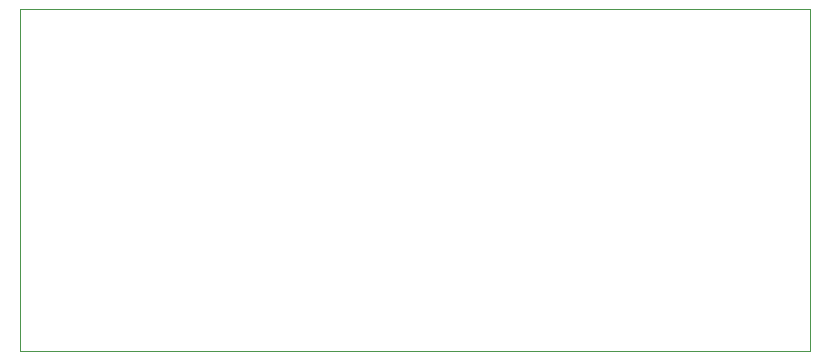
<source format=gbr>
%FSTAX23Y23*%
%MOIN*%
%SFA1B1*%

%IPPOS*%
%ADD77C,0.001000*%
%LNesp32_profile-1*%
%LPD*%
G54D77*
X00001Y00008D02*
Y01149D01*
X02634*
Y00008*
X00001*
M02*
</source>
